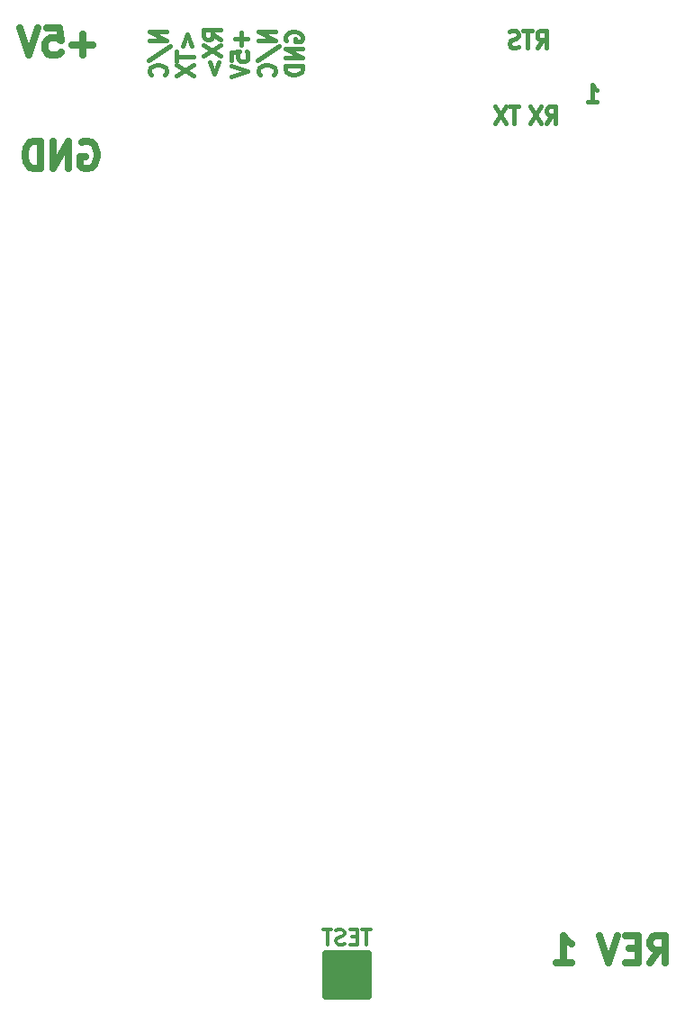
<source format=gbo>
G04 #@! TF.GenerationSoftware,KiCad,Pcbnew,(6.0.1)*
G04 #@! TF.CreationDate,2022-09-12T05:57:56-04:00*
G04 #@! TF.ProjectId,SIMPLE-6809,53494d50-4c45-42d3-9638-30392e6b6963,1*
G04 #@! TF.SameCoordinates,Original*
G04 #@! TF.FileFunction,Legend,Bot*
G04 #@! TF.FilePolarity,Positive*
%FSLAX46Y46*%
G04 Gerber Fmt 4.6, Leading zero omitted, Abs format (unit mm)*
G04 Created by KiCad (PCBNEW (6.0.1)) date 2022-09-12 05:57:56*
%MOMM*%
%LPD*%
G01*
G04 APERTURE LIST*
%ADD10C,0.381000*%
%ADD11C,0.635000*%
%ADD12C,0.349250*%
%ADD13C,0.650000*%
G04 APERTURE END LIST*
D10*
X158090507Y-51010154D02*
X158598507Y-50254202D01*
X158961364Y-51010154D02*
X158961364Y-49422654D01*
X158380792Y-49422654D01*
X158235650Y-49498250D01*
X158163078Y-49573845D01*
X158090507Y-49725035D01*
X158090507Y-49951821D01*
X158163078Y-50103011D01*
X158235650Y-50178607D01*
X158380792Y-50254202D01*
X158961364Y-50254202D01*
X157655078Y-49422654D02*
X156784221Y-49422654D01*
X157219650Y-51010154D02*
X157219650Y-49422654D01*
X156348792Y-50934559D02*
X156131078Y-51010154D01*
X155768221Y-51010154D01*
X155623078Y-50934559D01*
X155550507Y-50858964D01*
X155477935Y-50707773D01*
X155477935Y-50556583D01*
X155550507Y-50405392D01*
X155623078Y-50329797D01*
X155768221Y-50254202D01*
X156058507Y-50178607D01*
X156203650Y-50103011D01*
X156276221Y-50027416D01*
X156348792Y-49876226D01*
X156348792Y-49725035D01*
X156276221Y-49573845D01*
X156203650Y-49498250D01*
X156058507Y-49422654D01*
X155695650Y-49422654D01*
X155477935Y-49498250D01*
D11*
X116330488Y-50727428D02*
X114395250Y-50727428D01*
X115362869Y-51695047D02*
X115362869Y-49759809D01*
X111976202Y-49155047D02*
X113185726Y-49155047D01*
X113306678Y-50364571D01*
X113185726Y-50243619D01*
X112943821Y-50122666D01*
X112339059Y-50122666D01*
X112097154Y-50243619D01*
X111976202Y-50364571D01*
X111855250Y-50606476D01*
X111855250Y-51211238D01*
X111976202Y-51453142D01*
X112097154Y-51574095D01*
X112339059Y-51695047D01*
X112943821Y-51695047D01*
X113185726Y-51574095D01*
X113306678Y-51453142D01*
X111129535Y-49155047D02*
X110282869Y-51695047D01*
X109436202Y-49155047D01*
D10*
X156385078Y-56534654D02*
X155514221Y-56534654D01*
X155949650Y-58122154D02*
X155949650Y-56534654D01*
X155151364Y-56534654D02*
X154135364Y-58122154D01*
X154135364Y-56534654D02*
X155151364Y-58122154D01*
D11*
X168730083Y-137039047D02*
X169576750Y-135829523D01*
X170181511Y-137039047D02*
X170181511Y-134499047D01*
X169213892Y-134499047D01*
X168971988Y-134620000D01*
X168851035Y-134740952D01*
X168730083Y-134982857D01*
X168730083Y-135345714D01*
X168851035Y-135587619D01*
X168971988Y-135708571D01*
X169213892Y-135829523D01*
X170181511Y-135829523D01*
X167641511Y-135708571D02*
X166794845Y-135708571D01*
X166431988Y-137039047D02*
X167641511Y-137039047D01*
X167641511Y-134499047D01*
X166431988Y-134499047D01*
X165706273Y-134499047D02*
X164859607Y-137039047D01*
X164012940Y-134499047D01*
X159900559Y-137039047D02*
X161351988Y-137039047D01*
X160626273Y-137039047D02*
X160626273Y-134499047D01*
X160868178Y-134861904D01*
X161110083Y-135103809D01*
X161351988Y-135224761D01*
D10*
X123233467Y-49500064D02*
X121645967Y-49500064D01*
X123233467Y-50370921D01*
X121645967Y-50370921D01*
X121570372Y-52185207D02*
X123611443Y-50878921D01*
X123082277Y-53564064D02*
X123157872Y-53491492D01*
X123233467Y-53273778D01*
X123233467Y-53128635D01*
X123157872Y-52910921D01*
X123006682Y-52765778D01*
X122855491Y-52693207D01*
X122553110Y-52620635D01*
X122326324Y-52620635D01*
X122023943Y-52693207D01*
X121872753Y-52765778D01*
X121721563Y-52910921D01*
X121645967Y-53128635D01*
X121645967Y-53273778D01*
X121721563Y-53491492D01*
X121797158Y-53564064D01*
X124731009Y-50878921D02*
X125184580Y-49717778D01*
X125638152Y-50878921D01*
X124201842Y-51386921D02*
X124201842Y-52257778D01*
X125789342Y-51822350D02*
X124201842Y-51822350D01*
X124201842Y-52620635D02*
X125789342Y-53636635D01*
X124201842Y-53636635D02*
X125789342Y-52620635D01*
X128345217Y-50225778D02*
X127589265Y-49717778D01*
X128345217Y-49354921D02*
X126757717Y-49354921D01*
X126757717Y-49935492D01*
X126833313Y-50080635D01*
X126908908Y-50153207D01*
X127060098Y-50225778D01*
X127286884Y-50225778D01*
X127438074Y-50153207D01*
X127513670Y-50080635D01*
X127589265Y-49935492D01*
X127589265Y-49354921D01*
X126757717Y-50733778D02*
X128345217Y-51749778D01*
X126757717Y-51749778D02*
X128345217Y-50733778D01*
X127286884Y-52330350D02*
X127740455Y-53491492D01*
X128194027Y-52330350D01*
X130296330Y-49572635D02*
X130296330Y-50733778D01*
X130901092Y-50153207D02*
X129691568Y-50153207D01*
X129313592Y-52185207D02*
X129313592Y-51459492D01*
X130069545Y-51386921D01*
X129993949Y-51459492D01*
X129918354Y-51604635D01*
X129918354Y-51967492D01*
X129993949Y-52112635D01*
X130069545Y-52185207D01*
X130220735Y-52257778D01*
X130598711Y-52257778D01*
X130749902Y-52185207D01*
X130825497Y-52112635D01*
X130901092Y-51967492D01*
X130901092Y-51604635D01*
X130825497Y-51459492D01*
X130749902Y-51386921D01*
X129313592Y-52693207D02*
X130901092Y-53201207D01*
X129313592Y-53709207D01*
X133456967Y-49500064D02*
X131869467Y-49500064D01*
X133456967Y-50370921D01*
X131869467Y-50370921D01*
X131793872Y-52185207D02*
X133834943Y-50878921D01*
X133305777Y-53564064D02*
X133381372Y-53491492D01*
X133456967Y-53273778D01*
X133456967Y-53128635D01*
X133381372Y-52910921D01*
X133230182Y-52765778D01*
X133078991Y-52693207D01*
X132776610Y-52620635D01*
X132549824Y-52620635D01*
X132247443Y-52693207D01*
X132096253Y-52765778D01*
X131945063Y-52910921D01*
X131869467Y-53128635D01*
X131869467Y-53273778D01*
X131945063Y-53491492D01*
X132020658Y-53564064D01*
X134500938Y-50370921D02*
X134425342Y-50225778D01*
X134425342Y-50008064D01*
X134500938Y-49790350D01*
X134652128Y-49645207D01*
X134803318Y-49572635D01*
X135105699Y-49500064D01*
X135332485Y-49500064D01*
X135634866Y-49572635D01*
X135786057Y-49645207D01*
X135937247Y-49790350D01*
X136012842Y-50008064D01*
X136012842Y-50153207D01*
X135937247Y-50370921D01*
X135861652Y-50443492D01*
X135332485Y-50443492D01*
X135332485Y-50153207D01*
X136012842Y-51096635D02*
X134425342Y-51096635D01*
X136012842Y-51967492D01*
X134425342Y-51967492D01*
X136012842Y-52693207D02*
X134425342Y-52693207D01*
X134425342Y-53056064D01*
X134500938Y-53273778D01*
X134652128Y-53418921D01*
X134803318Y-53491492D01*
X135105699Y-53564064D01*
X135332485Y-53564064D01*
X135634866Y-53491492D01*
X135786057Y-53418921D01*
X135937247Y-53273778D01*
X136012842Y-53056064D01*
X136012842Y-52693207D01*
X158961364Y-58122154D02*
X159469364Y-57366202D01*
X159832221Y-58122154D02*
X159832221Y-56534654D01*
X159251650Y-56534654D01*
X159106507Y-56610250D01*
X159033935Y-56685845D01*
X158961364Y-56837035D01*
X158961364Y-57063821D01*
X159033935Y-57215011D01*
X159106507Y-57290607D01*
X159251650Y-57366202D01*
X159832221Y-57366202D01*
X158453364Y-56534654D02*
X157437364Y-58122154D01*
X157437364Y-56534654D02*
X158453364Y-58122154D01*
D11*
X115254011Y-59944000D02*
X115495916Y-59823047D01*
X115858773Y-59823047D01*
X116221630Y-59944000D01*
X116463535Y-60185904D01*
X116584488Y-60427809D01*
X116705440Y-60911619D01*
X116705440Y-61274476D01*
X116584488Y-61758285D01*
X116463535Y-62000190D01*
X116221630Y-62242095D01*
X115858773Y-62363047D01*
X115616869Y-62363047D01*
X115254011Y-62242095D01*
X115133059Y-62121142D01*
X115133059Y-61274476D01*
X115616869Y-61274476D01*
X114044488Y-62363047D02*
X114044488Y-59823047D01*
X112593059Y-62363047D01*
X112593059Y-59823047D01*
X111383535Y-62363047D02*
X111383535Y-59823047D01*
X110778773Y-59823047D01*
X110415916Y-59944000D01*
X110174011Y-60185904D01*
X110053059Y-60427809D01*
X109932107Y-60911619D01*
X109932107Y-61274476D01*
X110053059Y-61758285D01*
X110174011Y-62000190D01*
X110415916Y-62242095D01*
X110778773Y-62363047D01*
X111383535Y-62363047D01*
D10*
X162843935Y-56090154D02*
X163714792Y-56090154D01*
X163279364Y-56090154D02*
X163279364Y-54502654D01*
X163424507Y-54729440D01*
X163569650Y-54880630D01*
X163714792Y-54956226D01*
D12*
X142436547Y-133910976D02*
X141638261Y-133910976D01*
X142037404Y-135307976D02*
X142037404Y-133910976D01*
X141172595Y-134576214D02*
X140706928Y-134576214D01*
X140507357Y-135307976D02*
X141172595Y-135307976D01*
X141172595Y-133910976D01*
X140507357Y-133910976D01*
X139975166Y-135241452D02*
X139775595Y-135307976D01*
X139442976Y-135307976D01*
X139309928Y-135241452D01*
X139243404Y-135174928D01*
X139176880Y-135041880D01*
X139176880Y-134908833D01*
X139243404Y-134775785D01*
X139309928Y-134709261D01*
X139442976Y-134642738D01*
X139709071Y-134576214D01*
X139842119Y-134509690D01*
X139908642Y-134443166D01*
X139975166Y-134310119D01*
X139975166Y-134177071D01*
X139908642Y-134044023D01*
X139842119Y-133977500D01*
X139709071Y-133910976D01*
X139376452Y-133910976D01*
X139176880Y-133977500D01*
X138777738Y-133910976D02*
X137979452Y-133910976D01*
X138378595Y-135307976D02*
X138378595Y-133910976D01*
D13*
X138208000Y-136176000D02*
X142208000Y-136176000D01*
X142208000Y-136176000D02*
X142208000Y-140176000D01*
X142208000Y-140176000D02*
X138208000Y-140176000D01*
X138208000Y-140176000D02*
X138208000Y-136176000D01*
X138208000Y-136176000D02*
X138208000Y-136676000D01*
X138208000Y-136676000D02*
X142208000Y-136676000D01*
X142208000Y-136676000D02*
X142208000Y-137176000D01*
X142208000Y-137176000D02*
X138208000Y-137176000D01*
X138208000Y-137176000D02*
X138208000Y-137676000D01*
X138208000Y-137676000D02*
X142208000Y-137676000D01*
X142208000Y-137676000D02*
X142208000Y-138176000D01*
X142208000Y-138176000D02*
X138208000Y-138176000D01*
X138208000Y-138176000D02*
X138208000Y-138676000D01*
X138208000Y-138676000D02*
X141708000Y-138676000D01*
X141708000Y-138676000D02*
X142208000Y-138676000D01*
X142208000Y-138676000D02*
X142208000Y-139176000D01*
X142208000Y-139176000D02*
X138208000Y-139176000D01*
X138208000Y-139176000D02*
X138208000Y-139676000D01*
X138208000Y-139676000D02*
X142208000Y-139676000D01*
M02*

</source>
